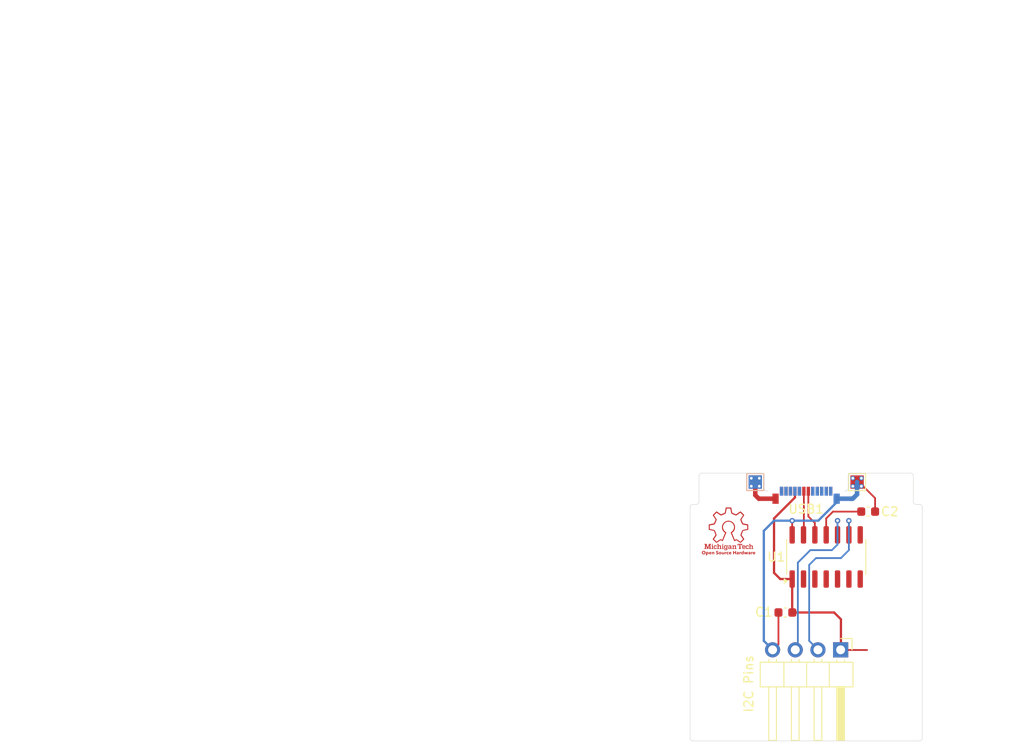
<source format=kicad_pcb>
(kicad_pcb (version 20241229) (generator "pcbnew") (generator_version "9.0")
  (layers (0 "F.Cu" signal) (2 "B.Cu" signal) (13 "F.Paste" user) (15 "B.Paste" user) (5 "F.SilkS" user "F.Silkscreen") (7 "B.SilkS" user "B.Silkscreen") (1 "F.Mask" user) (3 "B.Mask" user) (25 "Edge.Cuts" user))
  (net 0 "")
  (net 1 "Net-(D1-A)")
  (net 2 "GND")
  (net 3 "5V")
  (net 4 "Net-(U1-VUSB)")
  (net 5 "Net-(U1-D-)")
  (net 7 "SCL")
  (net 8 "Net-(D4-A)")
  (net 9 "SDA")
  (net 10 "Net-(U1-D+)")
  (net 11 "Net-(D3-A)")
  (net 14 "Net-(D2-A)")
  (footprint "TestPoint:TestPoint_Pad_1.5x1.5mm" (layer "F.Cu") (at 100.015 57.66)
    (property "Reference" "TP3" (hide yes))
    (property "Value" "TestPoint" (hide yes))
  )
  (footprint "Connector_USB:USB_C_Plug_Molex_105444" (layer "F.Cu") (at 94.305 58.642)
    (property "Reference" "USB1")
    (property "Value" "USB C Male Connector")
  )
  (footprint "LOGO" (layer "F.Cu") (at 85.633 63.254)
    (property "Reference" "G***" (hide yes))
    (property "Value" "LOGO" (hide yes))
  )
  (footprint "MountingHole:MountingHole_2.2mm_M2" (layer "F.Cu") (at 105.615 76.16)
    (property "Reference" "H2" (hide yes))
    (property "Value" "MountingHole")
  )
  (footprint "Capacitor_SMD:C_0603_1608Metric" (layer "F.Cu") (at 101.254 60.968 180)
    (property "Reference" "C2")
    (property "Value" ".22uF")
  )
  (footprint "MountingHole:MountingHole_2.2mm_M2" (layer "F.Cu") (at 83.015 76.16)
    (property "Reference" "H1" (hide yes))
    (property "Value" "MountingHole")
  )
  (footprint "TestPoint:TestPoint_Pad_1.5x1.5mm" (layer "F.Cu") (at 88.615 57.66)
    (property "Reference" "TP1" (hide yes))
    (property "Value" "TestPoint" (hide yes))
  )
  (footprint "Connector_PinHeader_2.54mm:PinHeader_1x04_P2.54mm_Horizontal" (layer "F.Cu") (at 98.171 76.454 -90)
    (property "Reference" "I2C Pins")
    (property "Value" "I2C Pins" (hide yes))
  )
  (footprint "Capacitor_SMD:C_0603_1608Metric" (layer "F.Cu") (at 91.983 72.271)
    (property "Reference" "C1")
    (property "Value" ".47uF")
  )
  (footprint "Package_SO:SOIC-14_3.9x8.7mm_P1.27mm" (layer "F.Cu") (at 96.555 66.048 90)
    (property "Reference" "U1")
    (property "Value" "MCP2221AxSL")
  )
  (footprint "TestPoint:TestPoint_Pad_1.5x1.5mm" (layer "B.Cu") (at 88.615 57.66)
    (property "Reference" "TP2" (hide yes))
    (property "Value" "TestPoint" (hide yes))
  )
  (gr_line (start 81.615 86.66) (end 107.015 86.66) (stroke (width 0.05)) (layer "Edge.Cuts"))
  (gr_line (start 106.615 60.16) (end 107.015 60.16) (stroke (width 0.05)) (layer "Edge.Cuts"))
  (gr_arc (start 106.015 56.66) (mid 106.227132 56.747868) (end 106.315 56.96) (stroke (width 0.05)) (layer "Edge.Cuts"))
  (gr_line (start 107.315 60.46) (end 107.315 86.36) (stroke (width 0.05)) (layer "Edge.Cuts"))
  (gr_arc (start 89.915 58.66) (mid 89.702868 58.572132) (end 89.615 58.36) (stroke (width 0.05)) (layer "Edge.Cuts"))
  (gr_line (start 81.615 60.16) (end 82.015 60.16) (stroke (width 0.05)) (layer "Edge.Cuts"))
  (gr_line (start 89.615 58.36) (end 89.615 56.96) (stroke (width 0.05)) (layer "Edge.Cuts"))
  (gr_arc (start 82.315 56.96) (mid 82.402868 56.747868) (end 82.615 56.66) (stroke (width 0.05)) (layer "Edge.Cuts"))
  (gr_line (start 82.315 59.86) (end 82.315 56.96) (stroke (width 0.05)) (layer "Edge.Cuts"))
  (gr_arc (start 99.015 58.36) (mid 98.927132 58.572132) (end 98.715 58.66) (stroke (width 0.05)) (layer "Edge.Cuts"))
  (gr_arc (start 99.015 56.96) (mid 99.102868 56.747868) (end 99.315 56.66) (stroke (width 0.05)) (layer "Edge.Cuts"))
  (gr_arc (start 81.615 86.66) (mid 81.402868 86.572132) (end 81.315 86.36) (stroke (width 0.05)) (layer "Edge.Cuts"))
  (gr_arc (start 107.015 60.16) (mid 107.227132 60.247868) (end 107.315 60.46) (stroke (width 0.05)) (layer "Edge.Cuts"))
  (gr_line (start 99.015 58.36) (end 99.015 56.96) (stroke (width 0.05)) (layer "Edge.Cuts"))
  (gr_line (start 81.315 60.46) (end 81.315 86.36) (stroke (width 0.05)) (layer "Edge.Cuts"))
  (gr_arc (start 81.315 60.46) (mid 81.402868 60.247868) (end 81.615 60.16) (stroke (width 0.05)) (layer "Edge.Cuts"))
  (gr_arc (start 82.315 59.86) (mid 82.227132 60.072132) (end 82.015 60.16) (stroke (width 0.05)) (layer "Edge.Cuts"))
  (gr_line (start 89.915 58.66) (end 90.015 58.66) (stroke (width 0.05)) (layer "Edge.Cuts"))
  (gr_line (start 106.315 59.86) (end 106.315 56.96) (stroke (width 0.05)) (layer "Edge.Cuts"))
  (gr_line (start 89.315 56.66) (end 82.615 56.66) (stroke (width 0.05)) (layer "Edge.Cuts"))
  (gr_line (start 99.315 56.66) (end 106.015 56.66) (stroke (width 0.05)) (layer "Edge.Cuts"))
  (gr_arc (start 89.315 56.66) (mid 89.527132 56.747868) (end 89.615 56.96) (stroke (width 0.05)) (layer "Edge.Cuts"))
  (gr_arc (start 106.615 60.16) (mid 106.402868 60.072132) (end 106.315 59.86) (stroke (width 0.05)) (layer "Edge.Cuts"))
  (gr_arc (start 107.315 86.36) (mid 107.227132 86.572132) (end 107.015 86.66) (stroke (width 0.05)) (layer "Edge.Cuts"))
  (gr_line (start 98.615 58.66) (end 98.715 58.66) (stroke (width 0.05)) (layer "Edge.Cuts"))
  (segment (start 91.208 75.84) (end 90.586 76.462) (width 0.2) (layer "F.Cu") (net 2))
  (segment (start 100.232 57.66) (end 100.015 57.66) (width 0.2) (layer "F.Cu") (net 2))
  (segment (start 102.029 60.968) (end 102.029 59.457) (width 0.2) (layer "F.Cu") (net 2))
  (segment (start 89.013 59.522) (end 88.615 59.124) (width 0.508) (layer "F.Cu") (net 2))
  (segment (start 102.029 59.457) (end 100.232 57.66) (width 0.2) (layer "F.Cu") (net 2))
  (segment (start 99.857 57.818) (end 100.015 57.66) (width 0.2) (layer "F.Cu") (net 2))
  (segment (start 92.745 63.573) (end 92.745 61.984) (width 0.2) (layer "F.Cu") (net 2))
  (segment (start 90.885 59.522) (end 89.013 59.522) (width 0.508) (layer "F.Cu") (net 2))
  (segment (start 88.615 59.124) (end 88.615 57.66) (width 0.508) (layer "F.Cu") (net 2))
  (segment (start 91.208 72.271) (end 91.208 75.84) (width 0.2) (layer "F.Cu") (net 2))
  (via (at 88.173 58.1205) (size 0.5) (drill 0.3) (layers "F.Cu" "B.Cu") (net 2))
  (via (at 100.492 58.1205) (size 0.5) (drill 0.3) (layers "F.Cu" "B.Cu") (net 2))
  (via (at 99.5395 58.1205) (size 0.5) (drill 0.3) (layers "F.Cu" "B.Cu") (net 2))
  (via (at 92.745 61.984) (size 0.6) (drill 0.3) (layers "F.Cu" "B.Cu") (net 2))
  (via (at 89.062 58.1205) (size 0.5) (drill 0.3) (layers "F.Cu" "B.Cu") (net 2))
  (via (at 89.062 57.2315) (size 0.5) (drill 0.3) (layers "F.Cu" "B.Cu") (net 2))
  (via (at 99.5395 57.2315) (size 0.5) (drill 0.3) (layers "F.Cu" "B.Cu") (net 2))
  (via (at 100.492 57.2315) (size 0.5) (drill 0.3) (layers "F.Cu" "B.Cu") (net 2))
  (via (at 88.173 57.2315) (size 0.5) (drill 0.3) (layers "F.Cu" "B.Cu") (net 2))
  (segment (start 99.525 59.522) (end 100.015 59.032) (width 0.508) (layer "B.Cu") (net 2))
  (segment (start 100.015 59.032) (end 100.015 57.66) (width 0.508) (layer "B.Cu") (net 2))
  (segment (start 95.666 61.984) (end 97.725 59.925) (width 0.254) (layer "B.Cu") (net 2))
  (segment (start 90.586 76.462) (end 89.57 75.446) (width 0.254) (layer "B.Cu") (net 2))
  (segment (start 90.713 61.984) (end 92.745 61.984) (width 0.254) (layer "B.Cu") (net 2))
  (segment (start 89.57 63.127) (end 90.713 61.984) (width 0.254) (layer "B.Cu") (net 2))
  (segment (start 99.349 59.522) (end 99.525 59.522) (width 0.508) (layer "B.Cu") (net 2))
  (segment (start 97.725 59.522) (end 99.349 59.522) (width 0.508) (layer "B.Cu") (net 2))
  (segment (start 92.745 61.984) (end 95.666 61.984) (width 0.254) (layer "B.Cu") (net 2))
  (segment (start 89.57 75.446) (end 89.57 63.127) (width 0.254) (layer "B.Cu") (net 2))
  (segment (start 97.725 59.925) (end 97.725 59.522) (width 0.2) (layer "B.Cu") (net 2))
  (segment (start 101.127 76.475) (end 98.219 76.475) (width 0.2) (layer "F.Cu") (net 3))
  (segment (start 91.41 68.523) (end 90.713 67.826) (width 0.254) (layer "F.Cu") (net 3))
  (segment (start 90.713 61.73) (end 93.055 59.388) (width 0.254) (layer "F.Cu") (net 3))
  (segment (start 92.745 68.523) (end 91.41 68.523) (width 0.254) (layer "F.Cu") (net 3))
  (segment (start 98.206 73.033) (end 97.444 72.271) (width 0.254) (layer "F.Cu") (net 3))
  (segment (start 90.713 67.826) (end 90.713 61.73) (width 0.254) (layer "F.Cu") (net 3))
  (segment (start 93.055 59.388) (end 93.055 58.682) (width 0.254) (layer "F.Cu") (net 3))
  (segment (start 98.219 76.475) (end 98.206 76.462) (width 0.2) (layer "F.Cu") (net 3))
  (segment (start 98.206 76.462) (end 98.206 73.033) (width 0.254) (layer "F.Cu") (net 3))
  (segment (start 97.444 72.271) (end 93.126 72.271) (width 0.254) (layer "F.Cu") (net 3))
  (segment (start 93.126 72.271) (end 92.745 71.89) (width 0.2) (layer "F.Cu") (net 3))
  (segment (start 92.745 71.89) (end 92.745 68.523) (width 0.254) (layer "F.Cu") (net 3))
  (segment (start 97.317 60.968) (end 100.479 60.968) (width 0.2) (layer "F.Cu") (net 4))
  (segment (start 96.555 61.73) (end 97.317 60.968) (width 0.2) (layer "F.Cu") (net 4))
  (segment (start 96.555 63.573) (end 96.555 61.73) (width 0.2) (layer "F.Cu") (net 4))
  (segment (start 94.555 58.682) (end 94.555 61.508) (width 0.2) (layer "F.Cu") (net 5))
  (segment (start 94.555 61.508) (end 95.285 62.238) (width 0.2) (layer "F.Cu") (net 5))
  (segment (start 95.285 62.238) (end 95.285 63.573) (width 0.2) (layer "F.Cu") (net 5))
  (segment (start 97.825 61.984) (end 97.825 63.573) (width 0.2) (layer "F.Cu") (net 7))
  (via (at 97.825 61.984) (size 0.6) (drill 0.3) (layers "F.Cu" "B.Cu") (net 7))
  (segment (start 94.777 65.286) (end 93.38 66.683) (width 0.2) (layer "B.Cu") (net 7))
  (segment (start 93.38 66.683) (end 93.38 76.208) (width 0.2) (layer "B.Cu") (net 7))
  (segment (start 93.38 76.208) (end 93.126 76.462) (width 0.2) (layer "B.Cu") (net 7))
  (segment (start 97.825 61.984) (end 97.825 64.651) (width 0.2) (layer "B.Cu") (net 7))
  (segment (start 97.825 64.651) (end 97.19 65.286) (width 0.2) (layer "B.Cu") (net 7))
  (segment (start 97.19 65.286) (end 94.777 65.286) (width 0.2) (layer "B.Cu") (net 7))
  (segment (start 99.095 61.984) (end 99.095 63.573) (width 0.2) (layer "F.Cu") (net 9))
  (via (at 99.095 61.984) (size 0.6) (drill 0.3) (layers "F.Cu" "B.Cu") (net 9))
  (segment (start 94.65 75.446) (end 94.65 66.937) (width 0.2) (layer "B.Cu") (net 9))
  (segment (start 94.65 66.937) (end 95.412 66.175) (width 0.2) (layer "B.Cu") (net 9))
  (segment (start 98.206 66.175) (end 99.095 65.286) (width 0.2) (layer "B.Cu") (net 9))
  (segment (start 95.412 66.175) (end 98.206 66.175) (width 0.2) (layer "B.Cu") (net 9))
  (segment (start 95.666 76.462) (end 94.65 75.446) (width 0.2) (layer "B.Cu") (net 9))
  (segment (start 99.095 65.286) (end 99.095 61.984) (width 0.2) (layer "B.Cu") (net 9))
  (segment (start 94.055 63.533) (end 94.015 63.573) (width 0.2) (layer "F.Cu") (net 10))
  (segment (start 94.055 58.682) (end 94.055 63.533) (width 0.2) (layer "F.Cu") (net 10))
)
</source>
